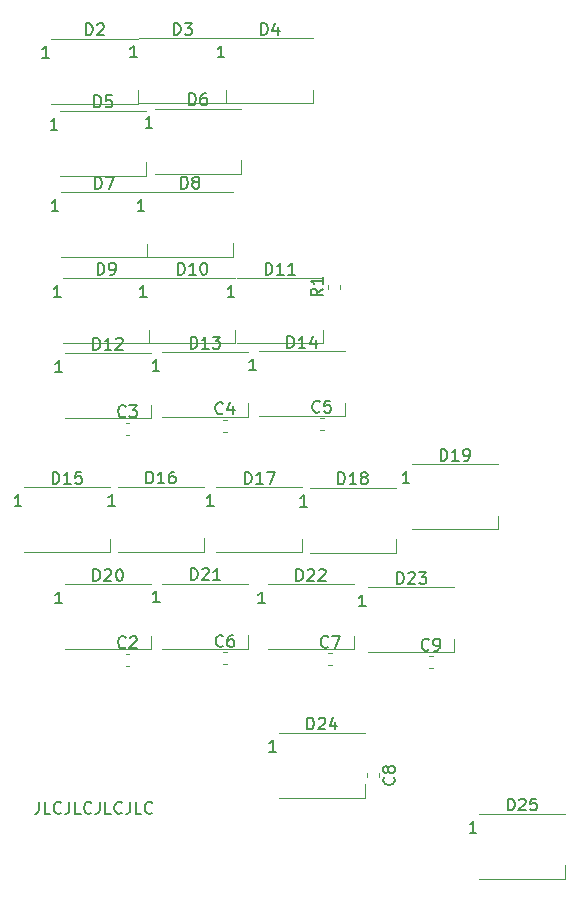
<source format=gbr>
G04 #@! TF.GenerationSoftware,KiCad,Pcbnew,(5.1.6)-1*
G04 #@! TF.CreationDate,2021-02-10T23:13:44+11:00*
G04 #@! TF.ProjectId,LDG Wing Fold PCB V2,4c444720-5769-46e6-9720-466f6c642050,rev?*
G04 #@! TF.SameCoordinates,Original*
G04 #@! TF.FileFunction,Legend,Top*
G04 #@! TF.FilePolarity,Positive*
%FSLAX46Y46*%
G04 Gerber Fmt 4.6, Leading zero omitted, Abs format (unit mm)*
G04 Created by KiCad (PCBNEW (5.1.6)-1) date 2021-02-10 23:13:44*
%MOMM*%
%LPD*%
G01*
G04 APERTURE LIST*
%ADD10C,0.150000*%
%ADD11C,0.120000*%
G04 APERTURE END LIST*
D10*
X149050952Y-100036380D02*
X149050952Y-100750666D01*
X149003333Y-100893523D01*
X148908095Y-100988761D01*
X148765238Y-101036380D01*
X148670000Y-101036380D01*
X150003333Y-101036380D02*
X149527142Y-101036380D01*
X149527142Y-100036380D01*
X150908095Y-100941142D02*
X150860476Y-100988761D01*
X150717619Y-101036380D01*
X150622380Y-101036380D01*
X150479523Y-100988761D01*
X150384285Y-100893523D01*
X150336666Y-100798285D01*
X150289047Y-100607809D01*
X150289047Y-100464952D01*
X150336666Y-100274476D01*
X150384285Y-100179238D01*
X150479523Y-100084000D01*
X150622380Y-100036380D01*
X150717619Y-100036380D01*
X150860476Y-100084000D01*
X150908095Y-100131619D01*
X151622380Y-100036380D02*
X151622380Y-100750666D01*
X151574761Y-100893523D01*
X151479523Y-100988761D01*
X151336666Y-101036380D01*
X151241428Y-101036380D01*
X152574761Y-101036380D02*
X152098571Y-101036380D01*
X152098571Y-100036380D01*
X153479523Y-100941142D02*
X153431904Y-100988761D01*
X153289047Y-101036380D01*
X153193809Y-101036380D01*
X153050952Y-100988761D01*
X152955714Y-100893523D01*
X152908095Y-100798285D01*
X152860476Y-100607809D01*
X152860476Y-100464952D01*
X152908095Y-100274476D01*
X152955714Y-100179238D01*
X153050952Y-100084000D01*
X153193809Y-100036380D01*
X153289047Y-100036380D01*
X153431904Y-100084000D01*
X153479523Y-100131619D01*
X154193809Y-100036380D02*
X154193809Y-100750666D01*
X154146190Y-100893523D01*
X154050952Y-100988761D01*
X153908095Y-101036380D01*
X153812857Y-101036380D01*
X155146190Y-101036380D02*
X154670000Y-101036380D01*
X154670000Y-100036380D01*
X156050952Y-100941142D02*
X156003333Y-100988761D01*
X155860476Y-101036380D01*
X155765238Y-101036380D01*
X155622380Y-100988761D01*
X155527142Y-100893523D01*
X155479523Y-100798285D01*
X155431904Y-100607809D01*
X155431904Y-100464952D01*
X155479523Y-100274476D01*
X155527142Y-100179238D01*
X155622380Y-100084000D01*
X155765238Y-100036380D01*
X155860476Y-100036380D01*
X156003333Y-100084000D01*
X156050952Y-100131619D01*
X156765238Y-100036380D02*
X156765238Y-100750666D01*
X156717619Y-100893523D01*
X156622380Y-100988761D01*
X156479523Y-101036380D01*
X156384285Y-101036380D01*
X157717619Y-101036380D02*
X157241428Y-101036380D01*
X157241428Y-100036380D01*
X158622380Y-100941142D02*
X158574761Y-100988761D01*
X158431904Y-101036380D01*
X158336666Y-101036380D01*
X158193809Y-100988761D01*
X158098571Y-100893523D01*
X158050952Y-100798285D01*
X158003333Y-100607809D01*
X158003333Y-100464952D01*
X158050952Y-100274476D01*
X158098571Y-100179238D01*
X158193809Y-100084000D01*
X158336666Y-100036380D01*
X158431904Y-100036380D01*
X158574761Y-100084000D01*
X158622380Y-100131619D01*
D11*
G04 #@! TO.C,D24*
X176625000Y-99700000D02*
X176625000Y-98550000D01*
X169325000Y-99700000D02*
X176625000Y-99700000D01*
X169325000Y-94200000D02*
X176625000Y-94200000D01*
G04 #@! TO.C,D23*
X184225000Y-87375000D02*
X184225000Y-86225000D01*
X176925000Y-87375000D02*
X184225000Y-87375000D01*
X176925000Y-81875000D02*
X184225000Y-81875000D01*
G04 #@! TO.C,D25*
X193600000Y-106550000D02*
X193600000Y-105400000D01*
X186300000Y-106550000D02*
X193600000Y-106550000D01*
X186300000Y-101050000D02*
X193600000Y-101050000D01*
G04 #@! TO.C,D22*
X175700000Y-87125000D02*
X175700000Y-85975000D01*
X168400000Y-87125000D02*
X175700000Y-87125000D01*
X168400000Y-81625000D02*
X175700000Y-81625000D01*
G04 #@! TO.C,D21*
X166775000Y-87050000D02*
X166775000Y-85900000D01*
X159475000Y-87050000D02*
X166775000Y-87050000D01*
X159475000Y-81550000D02*
X166775000Y-81550000D01*
G04 #@! TO.C,D20*
X158525000Y-87125000D02*
X158525000Y-85975000D01*
X151225000Y-87125000D02*
X158525000Y-87125000D01*
X151225000Y-81625000D02*
X158525000Y-81625000D01*
G04 #@! TO.C,D19*
X187925000Y-76950000D02*
X187925000Y-75800000D01*
X180625000Y-76950000D02*
X187925000Y-76950000D01*
X180625000Y-71450000D02*
X187925000Y-71450000D01*
G04 #@! TO.C,D18*
X179250000Y-78925000D02*
X179250000Y-77775000D01*
X171950000Y-78925000D02*
X179250000Y-78925000D01*
X171950000Y-73425000D02*
X179250000Y-73425000D01*
G04 #@! TO.C,D17*
X171350000Y-78900000D02*
X171350000Y-77750000D01*
X164050000Y-78900000D02*
X171350000Y-78900000D01*
X164050000Y-73400000D02*
X171350000Y-73400000D01*
G04 #@! TO.C,D16*
X163000000Y-78875000D02*
X163000000Y-77725000D01*
X155700000Y-78875000D02*
X163000000Y-78875000D01*
X155700000Y-73375000D02*
X163000000Y-73375000D01*
G04 #@! TO.C,D15*
X155075000Y-78900000D02*
X155075000Y-77750000D01*
X147775000Y-78900000D02*
X155075000Y-78900000D01*
X147775000Y-73400000D02*
X155075000Y-73400000D01*
G04 #@! TO.C,D14*
X174950000Y-67400000D02*
X174950000Y-66250000D01*
X167650000Y-67400000D02*
X174950000Y-67400000D01*
X167650000Y-61900000D02*
X174950000Y-61900000D01*
G04 #@! TO.C,D13*
X166750000Y-67450000D02*
X166750000Y-66300000D01*
X159450000Y-67450000D02*
X166750000Y-67450000D01*
X159450000Y-61950000D02*
X166750000Y-61950000D01*
G04 #@! TO.C,R1*
X174540000Y-56570279D02*
X174540000Y-56244721D01*
X173520000Y-56570279D02*
X173520000Y-56244721D01*
G04 #@! TO.C,D12*
X158525000Y-67550000D02*
X158525000Y-66400000D01*
X151225000Y-67550000D02*
X158525000Y-67550000D01*
X151225000Y-62050000D02*
X158525000Y-62050000D01*
G04 #@! TO.C,D11*
X173100000Y-61200000D02*
X173100000Y-60050000D01*
X165800000Y-61200000D02*
X173100000Y-61200000D01*
X165800000Y-55700000D02*
X173100000Y-55700000D01*
G04 #@! TO.C,D10*
X165675000Y-61200000D02*
X165675000Y-60050000D01*
X158375000Y-61200000D02*
X165675000Y-61200000D01*
X158375000Y-55700000D02*
X165675000Y-55700000D01*
G04 #@! TO.C,D9*
X158400000Y-61200000D02*
X158400000Y-60050000D01*
X151100000Y-61200000D02*
X158400000Y-61200000D01*
X151100000Y-55700000D02*
X158400000Y-55700000D01*
G04 #@! TO.C,D8*
X165475000Y-53900000D02*
X165475000Y-52750000D01*
X158175000Y-53900000D02*
X165475000Y-53900000D01*
X158175000Y-48400000D02*
X165475000Y-48400000D01*
G04 #@! TO.C,D7*
X158200000Y-53925000D02*
X158200000Y-52775000D01*
X150900000Y-53925000D02*
X158200000Y-53925000D01*
X150900000Y-48425000D02*
X158200000Y-48425000D01*
G04 #@! TO.C,D6*
X166150000Y-46850000D02*
X166150000Y-45700000D01*
X158850000Y-46850000D02*
X166150000Y-46850000D01*
X158850000Y-41350000D02*
X166150000Y-41350000D01*
G04 #@! TO.C,D5*
X158125000Y-47025000D02*
X158125000Y-45875000D01*
X150825000Y-47025000D02*
X158125000Y-47025000D01*
X150825000Y-41525000D02*
X158125000Y-41525000D01*
G04 #@! TO.C,D4*
X172250000Y-40900000D02*
X172250000Y-39750000D01*
X164950000Y-40900000D02*
X172250000Y-40900000D01*
X164950000Y-35400000D02*
X172250000Y-35400000D01*
G04 #@! TO.C,D3*
X164850000Y-40900000D02*
X164850000Y-39750000D01*
X157550000Y-40900000D02*
X164850000Y-40900000D01*
X157550000Y-35400000D02*
X164850000Y-35400000D01*
G04 #@! TO.C,D2*
X157400000Y-40925000D02*
X157400000Y-39775000D01*
X150100000Y-40925000D02*
X157400000Y-40925000D01*
X150100000Y-35425000D02*
X157400000Y-35425000D01*
G04 #@! TO.C,C9*
X182059721Y-88710000D02*
X182385279Y-88710000D01*
X182059721Y-87690000D02*
X182385279Y-87690000D01*
G04 #@! TO.C,C8*
X176790000Y-97627221D02*
X176790000Y-97952779D01*
X177810000Y-97627221D02*
X177810000Y-97952779D01*
G04 #@! TO.C,C7*
X173539721Y-88470000D02*
X173865279Y-88470000D01*
X173539721Y-87450000D02*
X173865279Y-87450000D01*
G04 #@! TO.C,C6*
X164619721Y-88390000D02*
X164945279Y-88390000D01*
X164619721Y-87370000D02*
X164945279Y-87370000D01*
G04 #@! TO.C,C5*
X172819721Y-68560000D02*
X173145279Y-68560000D01*
X172819721Y-67540000D02*
X173145279Y-67540000D01*
G04 #@! TO.C,C4*
X164609721Y-68700000D02*
X164935279Y-68700000D01*
X164609721Y-67680000D02*
X164935279Y-67680000D01*
G04 #@! TO.C,C3*
X156374721Y-68960000D02*
X156700279Y-68960000D01*
X156374721Y-67940000D02*
X156700279Y-67940000D01*
G04 #@! TO.C,C2*
X156374721Y-88510000D02*
X156700279Y-88510000D01*
X156374721Y-87490000D02*
X156700279Y-87490000D01*
G04 #@! TO.C,D24*
D10*
X171760714Y-93902380D02*
X171760714Y-92902380D01*
X171998809Y-92902380D01*
X172141666Y-92950000D01*
X172236904Y-93045238D01*
X172284523Y-93140476D01*
X172332142Y-93330952D01*
X172332142Y-93473809D01*
X172284523Y-93664285D01*
X172236904Y-93759523D01*
X172141666Y-93854761D01*
X171998809Y-93902380D01*
X171760714Y-93902380D01*
X172713095Y-92997619D02*
X172760714Y-92950000D01*
X172855952Y-92902380D01*
X173094047Y-92902380D01*
X173189285Y-92950000D01*
X173236904Y-92997619D01*
X173284523Y-93092857D01*
X173284523Y-93188095D01*
X173236904Y-93330952D01*
X172665476Y-93902380D01*
X173284523Y-93902380D01*
X174141666Y-93235714D02*
X174141666Y-93902380D01*
X173903571Y-92854761D02*
X173665476Y-93569047D01*
X174284523Y-93569047D01*
X169110714Y-95802380D02*
X168539285Y-95802380D01*
X168825000Y-95802380D02*
X168825000Y-94802380D01*
X168729761Y-94945238D01*
X168634523Y-95040476D01*
X168539285Y-95088095D01*
G04 #@! TO.C,D23*
X179360714Y-81577380D02*
X179360714Y-80577380D01*
X179598809Y-80577380D01*
X179741666Y-80625000D01*
X179836904Y-80720238D01*
X179884523Y-80815476D01*
X179932142Y-81005952D01*
X179932142Y-81148809D01*
X179884523Y-81339285D01*
X179836904Y-81434523D01*
X179741666Y-81529761D01*
X179598809Y-81577380D01*
X179360714Y-81577380D01*
X180313095Y-80672619D02*
X180360714Y-80625000D01*
X180455952Y-80577380D01*
X180694047Y-80577380D01*
X180789285Y-80625000D01*
X180836904Y-80672619D01*
X180884523Y-80767857D01*
X180884523Y-80863095D01*
X180836904Y-81005952D01*
X180265476Y-81577380D01*
X180884523Y-81577380D01*
X181217857Y-80577380D02*
X181836904Y-80577380D01*
X181503571Y-80958333D01*
X181646428Y-80958333D01*
X181741666Y-81005952D01*
X181789285Y-81053571D01*
X181836904Y-81148809D01*
X181836904Y-81386904D01*
X181789285Y-81482142D01*
X181741666Y-81529761D01*
X181646428Y-81577380D01*
X181360714Y-81577380D01*
X181265476Y-81529761D01*
X181217857Y-81482142D01*
X176710714Y-83477380D02*
X176139285Y-83477380D01*
X176425000Y-83477380D02*
X176425000Y-82477380D01*
X176329761Y-82620238D01*
X176234523Y-82715476D01*
X176139285Y-82763095D01*
G04 #@! TO.C,D25*
X188735714Y-100752380D02*
X188735714Y-99752380D01*
X188973809Y-99752380D01*
X189116666Y-99800000D01*
X189211904Y-99895238D01*
X189259523Y-99990476D01*
X189307142Y-100180952D01*
X189307142Y-100323809D01*
X189259523Y-100514285D01*
X189211904Y-100609523D01*
X189116666Y-100704761D01*
X188973809Y-100752380D01*
X188735714Y-100752380D01*
X189688095Y-99847619D02*
X189735714Y-99800000D01*
X189830952Y-99752380D01*
X190069047Y-99752380D01*
X190164285Y-99800000D01*
X190211904Y-99847619D01*
X190259523Y-99942857D01*
X190259523Y-100038095D01*
X190211904Y-100180952D01*
X189640476Y-100752380D01*
X190259523Y-100752380D01*
X191164285Y-99752380D02*
X190688095Y-99752380D01*
X190640476Y-100228571D01*
X190688095Y-100180952D01*
X190783333Y-100133333D01*
X191021428Y-100133333D01*
X191116666Y-100180952D01*
X191164285Y-100228571D01*
X191211904Y-100323809D01*
X191211904Y-100561904D01*
X191164285Y-100657142D01*
X191116666Y-100704761D01*
X191021428Y-100752380D01*
X190783333Y-100752380D01*
X190688095Y-100704761D01*
X190640476Y-100657142D01*
X186085714Y-102652380D02*
X185514285Y-102652380D01*
X185800000Y-102652380D02*
X185800000Y-101652380D01*
X185704761Y-101795238D01*
X185609523Y-101890476D01*
X185514285Y-101938095D01*
G04 #@! TO.C,D22*
X170835714Y-81327380D02*
X170835714Y-80327380D01*
X171073809Y-80327380D01*
X171216666Y-80375000D01*
X171311904Y-80470238D01*
X171359523Y-80565476D01*
X171407142Y-80755952D01*
X171407142Y-80898809D01*
X171359523Y-81089285D01*
X171311904Y-81184523D01*
X171216666Y-81279761D01*
X171073809Y-81327380D01*
X170835714Y-81327380D01*
X171788095Y-80422619D02*
X171835714Y-80375000D01*
X171930952Y-80327380D01*
X172169047Y-80327380D01*
X172264285Y-80375000D01*
X172311904Y-80422619D01*
X172359523Y-80517857D01*
X172359523Y-80613095D01*
X172311904Y-80755952D01*
X171740476Y-81327380D01*
X172359523Y-81327380D01*
X172740476Y-80422619D02*
X172788095Y-80375000D01*
X172883333Y-80327380D01*
X173121428Y-80327380D01*
X173216666Y-80375000D01*
X173264285Y-80422619D01*
X173311904Y-80517857D01*
X173311904Y-80613095D01*
X173264285Y-80755952D01*
X172692857Y-81327380D01*
X173311904Y-81327380D01*
X168185714Y-83227380D02*
X167614285Y-83227380D01*
X167900000Y-83227380D02*
X167900000Y-82227380D01*
X167804761Y-82370238D01*
X167709523Y-82465476D01*
X167614285Y-82513095D01*
G04 #@! TO.C,D21*
X161910714Y-81252380D02*
X161910714Y-80252380D01*
X162148809Y-80252380D01*
X162291666Y-80300000D01*
X162386904Y-80395238D01*
X162434523Y-80490476D01*
X162482142Y-80680952D01*
X162482142Y-80823809D01*
X162434523Y-81014285D01*
X162386904Y-81109523D01*
X162291666Y-81204761D01*
X162148809Y-81252380D01*
X161910714Y-81252380D01*
X162863095Y-80347619D02*
X162910714Y-80300000D01*
X163005952Y-80252380D01*
X163244047Y-80252380D01*
X163339285Y-80300000D01*
X163386904Y-80347619D01*
X163434523Y-80442857D01*
X163434523Y-80538095D01*
X163386904Y-80680952D01*
X162815476Y-81252380D01*
X163434523Y-81252380D01*
X164386904Y-81252380D02*
X163815476Y-81252380D01*
X164101190Y-81252380D02*
X164101190Y-80252380D01*
X164005952Y-80395238D01*
X163910714Y-80490476D01*
X163815476Y-80538095D01*
X159260714Y-83152380D02*
X158689285Y-83152380D01*
X158975000Y-83152380D02*
X158975000Y-82152380D01*
X158879761Y-82295238D01*
X158784523Y-82390476D01*
X158689285Y-82438095D01*
G04 #@! TO.C,D20*
X153660714Y-81327380D02*
X153660714Y-80327380D01*
X153898809Y-80327380D01*
X154041666Y-80375000D01*
X154136904Y-80470238D01*
X154184523Y-80565476D01*
X154232142Y-80755952D01*
X154232142Y-80898809D01*
X154184523Y-81089285D01*
X154136904Y-81184523D01*
X154041666Y-81279761D01*
X153898809Y-81327380D01*
X153660714Y-81327380D01*
X154613095Y-80422619D02*
X154660714Y-80375000D01*
X154755952Y-80327380D01*
X154994047Y-80327380D01*
X155089285Y-80375000D01*
X155136904Y-80422619D01*
X155184523Y-80517857D01*
X155184523Y-80613095D01*
X155136904Y-80755952D01*
X154565476Y-81327380D01*
X155184523Y-81327380D01*
X155803571Y-80327380D02*
X155898809Y-80327380D01*
X155994047Y-80375000D01*
X156041666Y-80422619D01*
X156089285Y-80517857D01*
X156136904Y-80708333D01*
X156136904Y-80946428D01*
X156089285Y-81136904D01*
X156041666Y-81232142D01*
X155994047Y-81279761D01*
X155898809Y-81327380D01*
X155803571Y-81327380D01*
X155708333Y-81279761D01*
X155660714Y-81232142D01*
X155613095Y-81136904D01*
X155565476Y-80946428D01*
X155565476Y-80708333D01*
X155613095Y-80517857D01*
X155660714Y-80422619D01*
X155708333Y-80375000D01*
X155803571Y-80327380D01*
X151010714Y-83227380D02*
X150439285Y-83227380D01*
X150725000Y-83227380D02*
X150725000Y-82227380D01*
X150629761Y-82370238D01*
X150534523Y-82465476D01*
X150439285Y-82513095D01*
G04 #@! TO.C,D19*
X183060714Y-71152380D02*
X183060714Y-70152380D01*
X183298809Y-70152380D01*
X183441666Y-70200000D01*
X183536904Y-70295238D01*
X183584523Y-70390476D01*
X183632142Y-70580952D01*
X183632142Y-70723809D01*
X183584523Y-70914285D01*
X183536904Y-71009523D01*
X183441666Y-71104761D01*
X183298809Y-71152380D01*
X183060714Y-71152380D01*
X184584523Y-71152380D02*
X184013095Y-71152380D01*
X184298809Y-71152380D02*
X184298809Y-70152380D01*
X184203571Y-70295238D01*
X184108333Y-70390476D01*
X184013095Y-70438095D01*
X185060714Y-71152380D02*
X185251190Y-71152380D01*
X185346428Y-71104761D01*
X185394047Y-71057142D01*
X185489285Y-70914285D01*
X185536904Y-70723809D01*
X185536904Y-70342857D01*
X185489285Y-70247619D01*
X185441666Y-70200000D01*
X185346428Y-70152380D01*
X185155952Y-70152380D01*
X185060714Y-70200000D01*
X185013095Y-70247619D01*
X184965476Y-70342857D01*
X184965476Y-70580952D01*
X185013095Y-70676190D01*
X185060714Y-70723809D01*
X185155952Y-70771428D01*
X185346428Y-70771428D01*
X185441666Y-70723809D01*
X185489285Y-70676190D01*
X185536904Y-70580952D01*
X180410714Y-73052380D02*
X179839285Y-73052380D01*
X180125000Y-73052380D02*
X180125000Y-72052380D01*
X180029761Y-72195238D01*
X179934523Y-72290476D01*
X179839285Y-72338095D01*
G04 #@! TO.C,D18*
X174385714Y-73127380D02*
X174385714Y-72127380D01*
X174623809Y-72127380D01*
X174766666Y-72175000D01*
X174861904Y-72270238D01*
X174909523Y-72365476D01*
X174957142Y-72555952D01*
X174957142Y-72698809D01*
X174909523Y-72889285D01*
X174861904Y-72984523D01*
X174766666Y-73079761D01*
X174623809Y-73127380D01*
X174385714Y-73127380D01*
X175909523Y-73127380D02*
X175338095Y-73127380D01*
X175623809Y-73127380D02*
X175623809Y-72127380D01*
X175528571Y-72270238D01*
X175433333Y-72365476D01*
X175338095Y-72413095D01*
X176480952Y-72555952D02*
X176385714Y-72508333D01*
X176338095Y-72460714D01*
X176290476Y-72365476D01*
X176290476Y-72317857D01*
X176338095Y-72222619D01*
X176385714Y-72175000D01*
X176480952Y-72127380D01*
X176671428Y-72127380D01*
X176766666Y-72175000D01*
X176814285Y-72222619D01*
X176861904Y-72317857D01*
X176861904Y-72365476D01*
X176814285Y-72460714D01*
X176766666Y-72508333D01*
X176671428Y-72555952D01*
X176480952Y-72555952D01*
X176385714Y-72603571D01*
X176338095Y-72651190D01*
X176290476Y-72746428D01*
X176290476Y-72936904D01*
X176338095Y-73032142D01*
X176385714Y-73079761D01*
X176480952Y-73127380D01*
X176671428Y-73127380D01*
X176766666Y-73079761D01*
X176814285Y-73032142D01*
X176861904Y-72936904D01*
X176861904Y-72746428D01*
X176814285Y-72651190D01*
X176766666Y-72603571D01*
X176671428Y-72555952D01*
X171735714Y-75027380D02*
X171164285Y-75027380D01*
X171450000Y-75027380D02*
X171450000Y-74027380D01*
X171354761Y-74170238D01*
X171259523Y-74265476D01*
X171164285Y-74313095D01*
G04 #@! TO.C,D17*
X166485714Y-73102380D02*
X166485714Y-72102380D01*
X166723809Y-72102380D01*
X166866666Y-72150000D01*
X166961904Y-72245238D01*
X167009523Y-72340476D01*
X167057142Y-72530952D01*
X167057142Y-72673809D01*
X167009523Y-72864285D01*
X166961904Y-72959523D01*
X166866666Y-73054761D01*
X166723809Y-73102380D01*
X166485714Y-73102380D01*
X168009523Y-73102380D02*
X167438095Y-73102380D01*
X167723809Y-73102380D02*
X167723809Y-72102380D01*
X167628571Y-72245238D01*
X167533333Y-72340476D01*
X167438095Y-72388095D01*
X168342857Y-72102380D02*
X169009523Y-72102380D01*
X168580952Y-73102380D01*
X163835714Y-75002380D02*
X163264285Y-75002380D01*
X163550000Y-75002380D02*
X163550000Y-74002380D01*
X163454761Y-74145238D01*
X163359523Y-74240476D01*
X163264285Y-74288095D01*
G04 #@! TO.C,D16*
X158135714Y-73077380D02*
X158135714Y-72077380D01*
X158373809Y-72077380D01*
X158516666Y-72125000D01*
X158611904Y-72220238D01*
X158659523Y-72315476D01*
X158707142Y-72505952D01*
X158707142Y-72648809D01*
X158659523Y-72839285D01*
X158611904Y-72934523D01*
X158516666Y-73029761D01*
X158373809Y-73077380D01*
X158135714Y-73077380D01*
X159659523Y-73077380D02*
X159088095Y-73077380D01*
X159373809Y-73077380D02*
X159373809Y-72077380D01*
X159278571Y-72220238D01*
X159183333Y-72315476D01*
X159088095Y-72363095D01*
X160516666Y-72077380D02*
X160326190Y-72077380D01*
X160230952Y-72125000D01*
X160183333Y-72172619D01*
X160088095Y-72315476D01*
X160040476Y-72505952D01*
X160040476Y-72886904D01*
X160088095Y-72982142D01*
X160135714Y-73029761D01*
X160230952Y-73077380D01*
X160421428Y-73077380D01*
X160516666Y-73029761D01*
X160564285Y-72982142D01*
X160611904Y-72886904D01*
X160611904Y-72648809D01*
X160564285Y-72553571D01*
X160516666Y-72505952D01*
X160421428Y-72458333D01*
X160230952Y-72458333D01*
X160135714Y-72505952D01*
X160088095Y-72553571D01*
X160040476Y-72648809D01*
X155485714Y-74977380D02*
X154914285Y-74977380D01*
X155200000Y-74977380D02*
X155200000Y-73977380D01*
X155104761Y-74120238D01*
X155009523Y-74215476D01*
X154914285Y-74263095D01*
G04 #@! TO.C,D15*
X150210714Y-73102380D02*
X150210714Y-72102380D01*
X150448809Y-72102380D01*
X150591666Y-72150000D01*
X150686904Y-72245238D01*
X150734523Y-72340476D01*
X150782142Y-72530952D01*
X150782142Y-72673809D01*
X150734523Y-72864285D01*
X150686904Y-72959523D01*
X150591666Y-73054761D01*
X150448809Y-73102380D01*
X150210714Y-73102380D01*
X151734523Y-73102380D02*
X151163095Y-73102380D01*
X151448809Y-73102380D02*
X151448809Y-72102380D01*
X151353571Y-72245238D01*
X151258333Y-72340476D01*
X151163095Y-72388095D01*
X152639285Y-72102380D02*
X152163095Y-72102380D01*
X152115476Y-72578571D01*
X152163095Y-72530952D01*
X152258333Y-72483333D01*
X152496428Y-72483333D01*
X152591666Y-72530952D01*
X152639285Y-72578571D01*
X152686904Y-72673809D01*
X152686904Y-72911904D01*
X152639285Y-73007142D01*
X152591666Y-73054761D01*
X152496428Y-73102380D01*
X152258333Y-73102380D01*
X152163095Y-73054761D01*
X152115476Y-73007142D01*
X147560714Y-75002380D02*
X146989285Y-75002380D01*
X147275000Y-75002380D02*
X147275000Y-74002380D01*
X147179761Y-74145238D01*
X147084523Y-74240476D01*
X146989285Y-74288095D01*
G04 #@! TO.C,D14*
X170085714Y-61602380D02*
X170085714Y-60602380D01*
X170323809Y-60602380D01*
X170466666Y-60650000D01*
X170561904Y-60745238D01*
X170609523Y-60840476D01*
X170657142Y-61030952D01*
X170657142Y-61173809D01*
X170609523Y-61364285D01*
X170561904Y-61459523D01*
X170466666Y-61554761D01*
X170323809Y-61602380D01*
X170085714Y-61602380D01*
X171609523Y-61602380D02*
X171038095Y-61602380D01*
X171323809Y-61602380D02*
X171323809Y-60602380D01*
X171228571Y-60745238D01*
X171133333Y-60840476D01*
X171038095Y-60888095D01*
X172466666Y-60935714D02*
X172466666Y-61602380D01*
X172228571Y-60554761D02*
X171990476Y-61269047D01*
X172609523Y-61269047D01*
X167435714Y-63502380D02*
X166864285Y-63502380D01*
X167150000Y-63502380D02*
X167150000Y-62502380D01*
X167054761Y-62645238D01*
X166959523Y-62740476D01*
X166864285Y-62788095D01*
G04 #@! TO.C,D13*
X161885714Y-61652380D02*
X161885714Y-60652380D01*
X162123809Y-60652380D01*
X162266666Y-60700000D01*
X162361904Y-60795238D01*
X162409523Y-60890476D01*
X162457142Y-61080952D01*
X162457142Y-61223809D01*
X162409523Y-61414285D01*
X162361904Y-61509523D01*
X162266666Y-61604761D01*
X162123809Y-61652380D01*
X161885714Y-61652380D01*
X163409523Y-61652380D02*
X162838095Y-61652380D01*
X163123809Y-61652380D02*
X163123809Y-60652380D01*
X163028571Y-60795238D01*
X162933333Y-60890476D01*
X162838095Y-60938095D01*
X163742857Y-60652380D02*
X164361904Y-60652380D01*
X164028571Y-61033333D01*
X164171428Y-61033333D01*
X164266666Y-61080952D01*
X164314285Y-61128571D01*
X164361904Y-61223809D01*
X164361904Y-61461904D01*
X164314285Y-61557142D01*
X164266666Y-61604761D01*
X164171428Y-61652380D01*
X163885714Y-61652380D01*
X163790476Y-61604761D01*
X163742857Y-61557142D01*
X159235714Y-63552380D02*
X158664285Y-63552380D01*
X158950000Y-63552380D02*
X158950000Y-62552380D01*
X158854761Y-62695238D01*
X158759523Y-62790476D01*
X158664285Y-62838095D01*
G04 #@! TO.C,R1*
X173052380Y-56574166D02*
X172576190Y-56907500D01*
X173052380Y-57145595D02*
X172052380Y-57145595D01*
X172052380Y-56764642D01*
X172100000Y-56669404D01*
X172147619Y-56621785D01*
X172242857Y-56574166D01*
X172385714Y-56574166D01*
X172480952Y-56621785D01*
X172528571Y-56669404D01*
X172576190Y-56764642D01*
X172576190Y-57145595D01*
X173052380Y-55621785D02*
X173052380Y-56193214D01*
X173052380Y-55907500D02*
X172052380Y-55907500D01*
X172195238Y-56002738D01*
X172290476Y-56097976D01*
X172338095Y-56193214D01*
G04 #@! TO.C,D12*
X153660714Y-61752380D02*
X153660714Y-60752380D01*
X153898809Y-60752380D01*
X154041666Y-60800000D01*
X154136904Y-60895238D01*
X154184523Y-60990476D01*
X154232142Y-61180952D01*
X154232142Y-61323809D01*
X154184523Y-61514285D01*
X154136904Y-61609523D01*
X154041666Y-61704761D01*
X153898809Y-61752380D01*
X153660714Y-61752380D01*
X155184523Y-61752380D02*
X154613095Y-61752380D01*
X154898809Y-61752380D02*
X154898809Y-60752380D01*
X154803571Y-60895238D01*
X154708333Y-60990476D01*
X154613095Y-61038095D01*
X155565476Y-60847619D02*
X155613095Y-60800000D01*
X155708333Y-60752380D01*
X155946428Y-60752380D01*
X156041666Y-60800000D01*
X156089285Y-60847619D01*
X156136904Y-60942857D01*
X156136904Y-61038095D01*
X156089285Y-61180952D01*
X155517857Y-61752380D01*
X156136904Y-61752380D01*
X151010714Y-63652380D02*
X150439285Y-63652380D01*
X150725000Y-63652380D02*
X150725000Y-62652380D01*
X150629761Y-62795238D01*
X150534523Y-62890476D01*
X150439285Y-62938095D01*
G04 #@! TO.C,D11*
X168235714Y-55402380D02*
X168235714Y-54402380D01*
X168473809Y-54402380D01*
X168616666Y-54450000D01*
X168711904Y-54545238D01*
X168759523Y-54640476D01*
X168807142Y-54830952D01*
X168807142Y-54973809D01*
X168759523Y-55164285D01*
X168711904Y-55259523D01*
X168616666Y-55354761D01*
X168473809Y-55402380D01*
X168235714Y-55402380D01*
X169759523Y-55402380D02*
X169188095Y-55402380D01*
X169473809Y-55402380D02*
X169473809Y-54402380D01*
X169378571Y-54545238D01*
X169283333Y-54640476D01*
X169188095Y-54688095D01*
X170711904Y-55402380D02*
X170140476Y-55402380D01*
X170426190Y-55402380D02*
X170426190Y-54402380D01*
X170330952Y-54545238D01*
X170235714Y-54640476D01*
X170140476Y-54688095D01*
X165585714Y-57302380D02*
X165014285Y-57302380D01*
X165300000Y-57302380D02*
X165300000Y-56302380D01*
X165204761Y-56445238D01*
X165109523Y-56540476D01*
X165014285Y-56588095D01*
G04 #@! TO.C,D10*
X160810714Y-55402380D02*
X160810714Y-54402380D01*
X161048809Y-54402380D01*
X161191666Y-54450000D01*
X161286904Y-54545238D01*
X161334523Y-54640476D01*
X161382142Y-54830952D01*
X161382142Y-54973809D01*
X161334523Y-55164285D01*
X161286904Y-55259523D01*
X161191666Y-55354761D01*
X161048809Y-55402380D01*
X160810714Y-55402380D01*
X162334523Y-55402380D02*
X161763095Y-55402380D01*
X162048809Y-55402380D02*
X162048809Y-54402380D01*
X161953571Y-54545238D01*
X161858333Y-54640476D01*
X161763095Y-54688095D01*
X162953571Y-54402380D02*
X163048809Y-54402380D01*
X163144047Y-54450000D01*
X163191666Y-54497619D01*
X163239285Y-54592857D01*
X163286904Y-54783333D01*
X163286904Y-55021428D01*
X163239285Y-55211904D01*
X163191666Y-55307142D01*
X163144047Y-55354761D01*
X163048809Y-55402380D01*
X162953571Y-55402380D01*
X162858333Y-55354761D01*
X162810714Y-55307142D01*
X162763095Y-55211904D01*
X162715476Y-55021428D01*
X162715476Y-54783333D01*
X162763095Y-54592857D01*
X162810714Y-54497619D01*
X162858333Y-54450000D01*
X162953571Y-54402380D01*
X158160714Y-57302380D02*
X157589285Y-57302380D01*
X157875000Y-57302380D02*
X157875000Y-56302380D01*
X157779761Y-56445238D01*
X157684523Y-56540476D01*
X157589285Y-56588095D01*
G04 #@! TO.C,D9*
X154011904Y-55402380D02*
X154011904Y-54402380D01*
X154250000Y-54402380D01*
X154392857Y-54450000D01*
X154488095Y-54545238D01*
X154535714Y-54640476D01*
X154583333Y-54830952D01*
X154583333Y-54973809D01*
X154535714Y-55164285D01*
X154488095Y-55259523D01*
X154392857Y-55354761D01*
X154250000Y-55402380D01*
X154011904Y-55402380D01*
X155059523Y-55402380D02*
X155250000Y-55402380D01*
X155345238Y-55354761D01*
X155392857Y-55307142D01*
X155488095Y-55164285D01*
X155535714Y-54973809D01*
X155535714Y-54592857D01*
X155488095Y-54497619D01*
X155440476Y-54450000D01*
X155345238Y-54402380D01*
X155154761Y-54402380D01*
X155059523Y-54450000D01*
X155011904Y-54497619D01*
X154964285Y-54592857D01*
X154964285Y-54830952D01*
X155011904Y-54926190D01*
X155059523Y-54973809D01*
X155154761Y-55021428D01*
X155345238Y-55021428D01*
X155440476Y-54973809D01*
X155488095Y-54926190D01*
X155535714Y-54830952D01*
X150885714Y-57302380D02*
X150314285Y-57302380D01*
X150600000Y-57302380D02*
X150600000Y-56302380D01*
X150504761Y-56445238D01*
X150409523Y-56540476D01*
X150314285Y-56588095D01*
G04 #@! TO.C,D8*
X161086904Y-48102380D02*
X161086904Y-47102380D01*
X161325000Y-47102380D01*
X161467857Y-47150000D01*
X161563095Y-47245238D01*
X161610714Y-47340476D01*
X161658333Y-47530952D01*
X161658333Y-47673809D01*
X161610714Y-47864285D01*
X161563095Y-47959523D01*
X161467857Y-48054761D01*
X161325000Y-48102380D01*
X161086904Y-48102380D01*
X162229761Y-47530952D02*
X162134523Y-47483333D01*
X162086904Y-47435714D01*
X162039285Y-47340476D01*
X162039285Y-47292857D01*
X162086904Y-47197619D01*
X162134523Y-47150000D01*
X162229761Y-47102380D01*
X162420238Y-47102380D01*
X162515476Y-47150000D01*
X162563095Y-47197619D01*
X162610714Y-47292857D01*
X162610714Y-47340476D01*
X162563095Y-47435714D01*
X162515476Y-47483333D01*
X162420238Y-47530952D01*
X162229761Y-47530952D01*
X162134523Y-47578571D01*
X162086904Y-47626190D01*
X162039285Y-47721428D01*
X162039285Y-47911904D01*
X162086904Y-48007142D01*
X162134523Y-48054761D01*
X162229761Y-48102380D01*
X162420238Y-48102380D01*
X162515476Y-48054761D01*
X162563095Y-48007142D01*
X162610714Y-47911904D01*
X162610714Y-47721428D01*
X162563095Y-47626190D01*
X162515476Y-47578571D01*
X162420238Y-47530952D01*
X157960714Y-50002380D02*
X157389285Y-50002380D01*
X157675000Y-50002380D02*
X157675000Y-49002380D01*
X157579761Y-49145238D01*
X157484523Y-49240476D01*
X157389285Y-49288095D01*
G04 #@! TO.C,D7*
X153811904Y-48127380D02*
X153811904Y-47127380D01*
X154050000Y-47127380D01*
X154192857Y-47175000D01*
X154288095Y-47270238D01*
X154335714Y-47365476D01*
X154383333Y-47555952D01*
X154383333Y-47698809D01*
X154335714Y-47889285D01*
X154288095Y-47984523D01*
X154192857Y-48079761D01*
X154050000Y-48127380D01*
X153811904Y-48127380D01*
X154716666Y-47127380D02*
X155383333Y-47127380D01*
X154954761Y-48127380D01*
X150685714Y-50027380D02*
X150114285Y-50027380D01*
X150400000Y-50027380D02*
X150400000Y-49027380D01*
X150304761Y-49170238D01*
X150209523Y-49265476D01*
X150114285Y-49313095D01*
G04 #@! TO.C,D6*
X161761904Y-41052380D02*
X161761904Y-40052380D01*
X162000000Y-40052380D01*
X162142857Y-40100000D01*
X162238095Y-40195238D01*
X162285714Y-40290476D01*
X162333333Y-40480952D01*
X162333333Y-40623809D01*
X162285714Y-40814285D01*
X162238095Y-40909523D01*
X162142857Y-41004761D01*
X162000000Y-41052380D01*
X161761904Y-41052380D01*
X163190476Y-40052380D02*
X163000000Y-40052380D01*
X162904761Y-40100000D01*
X162857142Y-40147619D01*
X162761904Y-40290476D01*
X162714285Y-40480952D01*
X162714285Y-40861904D01*
X162761904Y-40957142D01*
X162809523Y-41004761D01*
X162904761Y-41052380D01*
X163095238Y-41052380D01*
X163190476Y-41004761D01*
X163238095Y-40957142D01*
X163285714Y-40861904D01*
X163285714Y-40623809D01*
X163238095Y-40528571D01*
X163190476Y-40480952D01*
X163095238Y-40433333D01*
X162904761Y-40433333D01*
X162809523Y-40480952D01*
X162761904Y-40528571D01*
X162714285Y-40623809D01*
X158635714Y-42952380D02*
X158064285Y-42952380D01*
X158350000Y-42952380D02*
X158350000Y-41952380D01*
X158254761Y-42095238D01*
X158159523Y-42190476D01*
X158064285Y-42238095D01*
G04 #@! TO.C,D5*
X153736904Y-41227380D02*
X153736904Y-40227380D01*
X153975000Y-40227380D01*
X154117857Y-40275000D01*
X154213095Y-40370238D01*
X154260714Y-40465476D01*
X154308333Y-40655952D01*
X154308333Y-40798809D01*
X154260714Y-40989285D01*
X154213095Y-41084523D01*
X154117857Y-41179761D01*
X153975000Y-41227380D01*
X153736904Y-41227380D01*
X155213095Y-40227380D02*
X154736904Y-40227380D01*
X154689285Y-40703571D01*
X154736904Y-40655952D01*
X154832142Y-40608333D01*
X155070238Y-40608333D01*
X155165476Y-40655952D01*
X155213095Y-40703571D01*
X155260714Y-40798809D01*
X155260714Y-41036904D01*
X155213095Y-41132142D01*
X155165476Y-41179761D01*
X155070238Y-41227380D01*
X154832142Y-41227380D01*
X154736904Y-41179761D01*
X154689285Y-41132142D01*
X150610714Y-43127380D02*
X150039285Y-43127380D01*
X150325000Y-43127380D02*
X150325000Y-42127380D01*
X150229761Y-42270238D01*
X150134523Y-42365476D01*
X150039285Y-42413095D01*
G04 #@! TO.C,D4*
X167861904Y-35102380D02*
X167861904Y-34102380D01*
X168100000Y-34102380D01*
X168242857Y-34150000D01*
X168338095Y-34245238D01*
X168385714Y-34340476D01*
X168433333Y-34530952D01*
X168433333Y-34673809D01*
X168385714Y-34864285D01*
X168338095Y-34959523D01*
X168242857Y-35054761D01*
X168100000Y-35102380D01*
X167861904Y-35102380D01*
X169290476Y-34435714D02*
X169290476Y-35102380D01*
X169052380Y-34054761D02*
X168814285Y-34769047D01*
X169433333Y-34769047D01*
X164735714Y-37002380D02*
X164164285Y-37002380D01*
X164450000Y-37002380D02*
X164450000Y-36002380D01*
X164354761Y-36145238D01*
X164259523Y-36240476D01*
X164164285Y-36288095D01*
G04 #@! TO.C,D3*
X160461904Y-35102380D02*
X160461904Y-34102380D01*
X160700000Y-34102380D01*
X160842857Y-34150000D01*
X160938095Y-34245238D01*
X160985714Y-34340476D01*
X161033333Y-34530952D01*
X161033333Y-34673809D01*
X160985714Y-34864285D01*
X160938095Y-34959523D01*
X160842857Y-35054761D01*
X160700000Y-35102380D01*
X160461904Y-35102380D01*
X161366666Y-34102380D02*
X161985714Y-34102380D01*
X161652380Y-34483333D01*
X161795238Y-34483333D01*
X161890476Y-34530952D01*
X161938095Y-34578571D01*
X161985714Y-34673809D01*
X161985714Y-34911904D01*
X161938095Y-35007142D01*
X161890476Y-35054761D01*
X161795238Y-35102380D01*
X161509523Y-35102380D01*
X161414285Y-35054761D01*
X161366666Y-35007142D01*
X157335714Y-37002380D02*
X156764285Y-37002380D01*
X157050000Y-37002380D02*
X157050000Y-36002380D01*
X156954761Y-36145238D01*
X156859523Y-36240476D01*
X156764285Y-36288095D01*
G04 #@! TO.C,D2*
X153011904Y-35127380D02*
X153011904Y-34127380D01*
X153250000Y-34127380D01*
X153392857Y-34175000D01*
X153488095Y-34270238D01*
X153535714Y-34365476D01*
X153583333Y-34555952D01*
X153583333Y-34698809D01*
X153535714Y-34889285D01*
X153488095Y-34984523D01*
X153392857Y-35079761D01*
X153250000Y-35127380D01*
X153011904Y-35127380D01*
X153964285Y-34222619D02*
X154011904Y-34175000D01*
X154107142Y-34127380D01*
X154345238Y-34127380D01*
X154440476Y-34175000D01*
X154488095Y-34222619D01*
X154535714Y-34317857D01*
X154535714Y-34413095D01*
X154488095Y-34555952D01*
X153916666Y-35127380D01*
X154535714Y-35127380D01*
X149885714Y-37027380D02*
X149314285Y-37027380D01*
X149600000Y-37027380D02*
X149600000Y-36027380D01*
X149504761Y-36170238D01*
X149409523Y-36265476D01*
X149314285Y-36313095D01*
G04 #@! TO.C,C9*
X182055833Y-87127142D02*
X182008214Y-87174761D01*
X181865357Y-87222380D01*
X181770119Y-87222380D01*
X181627261Y-87174761D01*
X181532023Y-87079523D01*
X181484404Y-86984285D01*
X181436785Y-86793809D01*
X181436785Y-86650952D01*
X181484404Y-86460476D01*
X181532023Y-86365238D01*
X181627261Y-86270000D01*
X181770119Y-86222380D01*
X181865357Y-86222380D01*
X182008214Y-86270000D01*
X182055833Y-86317619D01*
X182532023Y-87222380D02*
X182722500Y-87222380D01*
X182817738Y-87174761D01*
X182865357Y-87127142D01*
X182960595Y-86984285D01*
X183008214Y-86793809D01*
X183008214Y-86412857D01*
X182960595Y-86317619D01*
X182912976Y-86270000D01*
X182817738Y-86222380D01*
X182627261Y-86222380D01*
X182532023Y-86270000D01*
X182484404Y-86317619D01*
X182436785Y-86412857D01*
X182436785Y-86650952D01*
X182484404Y-86746190D01*
X182532023Y-86793809D01*
X182627261Y-86841428D01*
X182817738Y-86841428D01*
X182912976Y-86793809D01*
X182960595Y-86746190D01*
X183008214Y-86650952D01*
G04 #@! TO.C,C8*
X179087142Y-97956666D02*
X179134761Y-98004285D01*
X179182380Y-98147142D01*
X179182380Y-98242380D01*
X179134761Y-98385238D01*
X179039523Y-98480476D01*
X178944285Y-98528095D01*
X178753809Y-98575714D01*
X178610952Y-98575714D01*
X178420476Y-98528095D01*
X178325238Y-98480476D01*
X178230000Y-98385238D01*
X178182380Y-98242380D01*
X178182380Y-98147142D01*
X178230000Y-98004285D01*
X178277619Y-97956666D01*
X178610952Y-97385238D02*
X178563333Y-97480476D01*
X178515714Y-97528095D01*
X178420476Y-97575714D01*
X178372857Y-97575714D01*
X178277619Y-97528095D01*
X178230000Y-97480476D01*
X178182380Y-97385238D01*
X178182380Y-97194761D01*
X178230000Y-97099523D01*
X178277619Y-97051904D01*
X178372857Y-97004285D01*
X178420476Y-97004285D01*
X178515714Y-97051904D01*
X178563333Y-97099523D01*
X178610952Y-97194761D01*
X178610952Y-97385238D01*
X178658571Y-97480476D01*
X178706190Y-97528095D01*
X178801428Y-97575714D01*
X178991904Y-97575714D01*
X179087142Y-97528095D01*
X179134761Y-97480476D01*
X179182380Y-97385238D01*
X179182380Y-97194761D01*
X179134761Y-97099523D01*
X179087142Y-97051904D01*
X178991904Y-97004285D01*
X178801428Y-97004285D01*
X178706190Y-97051904D01*
X178658571Y-97099523D01*
X178610952Y-97194761D01*
G04 #@! TO.C,C7*
X173535833Y-86887142D02*
X173488214Y-86934761D01*
X173345357Y-86982380D01*
X173250119Y-86982380D01*
X173107261Y-86934761D01*
X173012023Y-86839523D01*
X172964404Y-86744285D01*
X172916785Y-86553809D01*
X172916785Y-86410952D01*
X172964404Y-86220476D01*
X173012023Y-86125238D01*
X173107261Y-86030000D01*
X173250119Y-85982380D01*
X173345357Y-85982380D01*
X173488214Y-86030000D01*
X173535833Y-86077619D01*
X173869166Y-85982380D02*
X174535833Y-85982380D01*
X174107261Y-86982380D01*
G04 #@! TO.C,C6*
X164615833Y-86807142D02*
X164568214Y-86854761D01*
X164425357Y-86902380D01*
X164330119Y-86902380D01*
X164187261Y-86854761D01*
X164092023Y-86759523D01*
X164044404Y-86664285D01*
X163996785Y-86473809D01*
X163996785Y-86330952D01*
X164044404Y-86140476D01*
X164092023Y-86045238D01*
X164187261Y-85950000D01*
X164330119Y-85902380D01*
X164425357Y-85902380D01*
X164568214Y-85950000D01*
X164615833Y-85997619D01*
X165472976Y-85902380D02*
X165282500Y-85902380D01*
X165187261Y-85950000D01*
X165139642Y-85997619D01*
X165044404Y-86140476D01*
X164996785Y-86330952D01*
X164996785Y-86711904D01*
X165044404Y-86807142D01*
X165092023Y-86854761D01*
X165187261Y-86902380D01*
X165377738Y-86902380D01*
X165472976Y-86854761D01*
X165520595Y-86807142D01*
X165568214Y-86711904D01*
X165568214Y-86473809D01*
X165520595Y-86378571D01*
X165472976Y-86330952D01*
X165377738Y-86283333D01*
X165187261Y-86283333D01*
X165092023Y-86330952D01*
X165044404Y-86378571D01*
X164996785Y-86473809D01*
G04 #@! TO.C,C5*
X172815833Y-66977142D02*
X172768214Y-67024761D01*
X172625357Y-67072380D01*
X172530119Y-67072380D01*
X172387261Y-67024761D01*
X172292023Y-66929523D01*
X172244404Y-66834285D01*
X172196785Y-66643809D01*
X172196785Y-66500952D01*
X172244404Y-66310476D01*
X172292023Y-66215238D01*
X172387261Y-66120000D01*
X172530119Y-66072380D01*
X172625357Y-66072380D01*
X172768214Y-66120000D01*
X172815833Y-66167619D01*
X173720595Y-66072380D02*
X173244404Y-66072380D01*
X173196785Y-66548571D01*
X173244404Y-66500952D01*
X173339642Y-66453333D01*
X173577738Y-66453333D01*
X173672976Y-66500952D01*
X173720595Y-66548571D01*
X173768214Y-66643809D01*
X173768214Y-66881904D01*
X173720595Y-66977142D01*
X173672976Y-67024761D01*
X173577738Y-67072380D01*
X173339642Y-67072380D01*
X173244404Y-67024761D01*
X173196785Y-66977142D01*
G04 #@! TO.C,C4*
X164605833Y-67117142D02*
X164558214Y-67164761D01*
X164415357Y-67212380D01*
X164320119Y-67212380D01*
X164177261Y-67164761D01*
X164082023Y-67069523D01*
X164034404Y-66974285D01*
X163986785Y-66783809D01*
X163986785Y-66640952D01*
X164034404Y-66450476D01*
X164082023Y-66355238D01*
X164177261Y-66260000D01*
X164320119Y-66212380D01*
X164415357Y-66212380D01*
X164558214Y-66260000D01*
X164605833Y-66307619D01*
X165462976Y-66545714D02*
X165462976Y-67212380D01*
X165224880Y-66164761D02*
X164986785Y-66879047D01*
X165605833Y-66879047D01*
G04 #@! TO.C,C3*
X156370833Y-67377142D02*
X156323214Y-67424761D01*
X156180357Y-67472380D01*
X156085119Y-67472380D01*
X155942261Y-67424761D01*
X155847023Y-67329523D01*
X155799404Y-67234285D01*
X155751785Y-67043809D01*
X155751785Y-66900952D01*
X155799404Y-66710476D01*
X155847023Y-66615238D01*
X155942261Y-66520000D01*
X156085119Y-66472380D01*
X156180357Y-66472380D01*
X156323214Y-66520000D01*
X156370833Y-66567619D01*
X156704166Y-66472380D02*
X157323214Y-66472380D01*
X156989880Y-66853333D01*
X157132738Y-66853333D01*
X157227976Y-66900952D01*
X157275595Y-66948571D01*
X157323214Y-67043809D01*
X157323214Y-67281904D01*
X157275595Y-67377142D01*
X157227976Y-67424761D01*
X157132738Y-67472380D01*
X156847023Y-67472380D01*
X156751785Y-67424761D01*
X156704166Y-67377142D01*
G04 #@! TO.C,C2*
X156370833Y-86927142D02*
X156323214Y-86974761D01*
X156180357Y-87022380D01*
X156085119Y-87022380D01*
X155942261Y-86974761D01*
X155847023Y-86879523D01*
X155799404Y-86784285D01*
X155751785Y-86593809D01*
X155751785Y-86450952D01*
X155799404Y-86260476D01*
X155847023Y-86165238D01*
X155942261Y-86070000D01*
X156085119Y-86022380D01*
X156180357Y-86022380D01*
X156323214Y-86070000D01*
X156370833Y-86117619D01*
X156751785Y-86117619D02*
X156799404Y-86070000D01*
X156894642Y-86022380D01*
X157132738Y-86022380D01*
X157227976Y-86070000D01*
X157275595Y-86117619D01*
X157323214Y-86212857D01*
X157323214Y-86308095D01*
X157275595Y-86450952D01*
X156704166Y-87022380D01*
X157323214Y-87022380D01*
G04 #@! TD*
M02*

</source>
